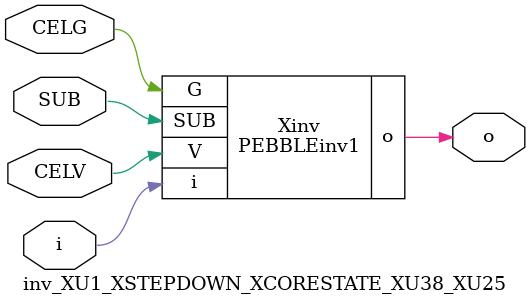
<source format=v>



module PEBBLEinv1 ( o, G, SUB, V, i );

  input V;
  input i;
  input G;
  output o;
  input SUB;
endmodule

//Celera Confidential Do Not Copy inv_XU1_XSTEPDOWN_XCORESTATE_XU38_XU25
//Celera Confidential Symbol Generator
//5V Inverter
module inv_XU1_XSTEPDOWN_XCORESTATE_XU38_XU25 (CELV,CELG,i,o,SUB);
input CELV;
input CELG;
input i;
input SUB;
output o;

//Celera Confidential Do Not Copy inv
PEBBLEinv1 Xinv(
.V (CELV),
.i (i),
.o (o),
.SUB (SUB),
.G (CELG)
);
//,diesize,PEBBLEinv1

//Celera Confidential Do Not Copy Module End
//Celera Schematic Generator
endmodule

</source>
